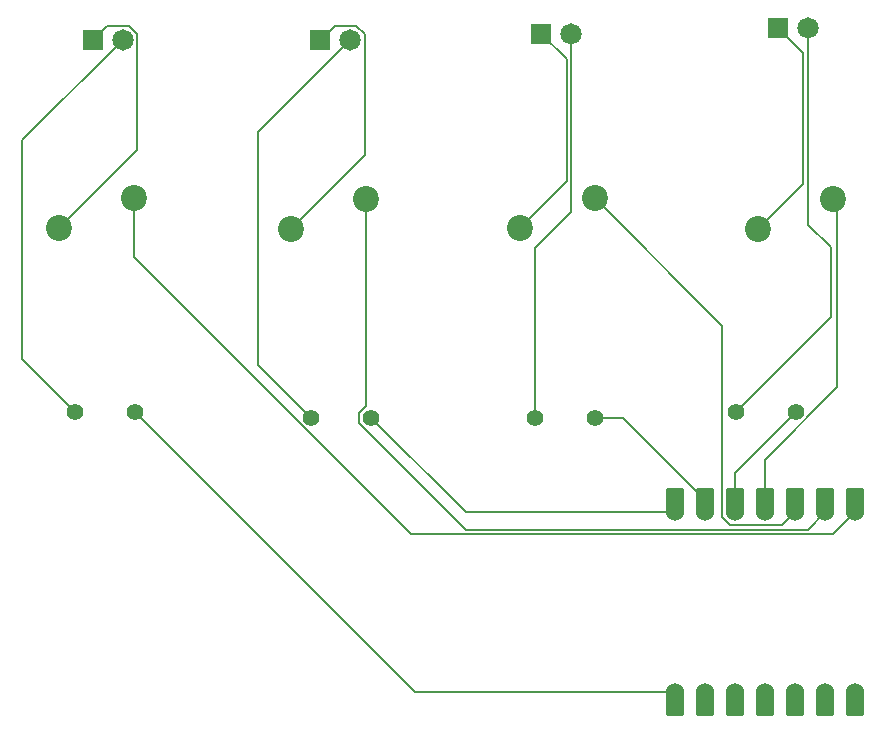
<source format=gbr>
%TF.GenerationSoftware,KiCad,Pcbnew,9.0.3-9.0.3-0~ubuntu24.04.1*%
%TF.CreationDate,2025-07-29T06:12:14+03:00*%
%TF.ProjectId,PCB,5043422e-6b69-4636-9164-5f7063625858,rev?*%
%TF.SameCoordinates,Original*%
%TF.FileFunction,Copper,L1,Top*%
%TF.FilePolarity,Positive*%
%FSLAX46Y46*%
G04 Gerber Fmt 4.6, Leading zero omitted, Abs format (unit mm)*
G04 Created by KiCad (PCBNEW 9.0.3-9.0.3-0~ubuntu24.04.1) date 2025-07-29 06:12:14*
%MOMM*%
%LPD*%
G01*
G04 APERTURE LIST*
G04 Aperture macros list*
%AMRoundRect*
0 Rectangle with rounded corners*
0 $1 Rounding radius*
0 $2 $3 $4 $5 $6 $7 $8 $9 X,Y pos of 4 corners*
0 Add a 4 corners polygon primitive as box body*
4,1,4,$2,$3,$4,$5,$6,$7,$8,$9,$2,$3,0*
0 Add four circle primitives for the rounded corners*
1,1,$1+$1,$2,$3*
1,1,$1+$1,$4,$5*
1,1,$1+$1,$6,$7*
1,1,$1+$1,$8,$9*
0 Add four rect primitives between the rounded corners*
20,1,$1+$1,$2,$3,$4,$5,0*
20,1,$1+$1,$4,$5,$6,$7,0*
20,1,$1+$1,$6,$7,$8,$9,0*
20,1,$1+$1,$8,$9,$2,$3,0*%
G04 Aperture macros list end*
%TA.AperFunction,SMDPad,CuDef*%
%ADD10RoundRect,0.152400X-0.609600X1.063600X-0.609600X-1.063600X0.609600X-1.063600X0.609600X1.063600X0*%
%TD*%
%TA.AperFunction,ComponentPad*%
%ADD11C,1.524000*%
%TD*%
%TA.AperFunction,SMDPad,CuDef*%
%ADD12RoundRect,0.152400X0.609600X-1.063600X0.609600X1.063600X-0.609600X1.063600X-0.609600X-1.063600X0*%
%TD*%
%TA.AperFunction,ComponentPad*%
%ADD13C,1.400000*%
%TD*%
%TA.AperFunction,ComponentPad*%
%ADD14C,1.815000*%
%TD*%
%TA.AperFunction,ComponentPad*%
%ADD15R,1.815000X1.815000*%
%TD*%
%TA.AperFunction,ComponentPad*%
%ADD16C,2.200000*%
%TD*%
%TA.AperFunction,Conductor*%
%ADD17C,0.200000*%
%TD*%
G04 APERTURE END LIST*
D10*
%TO.P,U1,14,VBUS*%
%TO.N,unconnected-(U1-VBUS-Pad14)*%
X230500000Y-114575000D03*
D11*
X230500000Y-113740000D03*
D10*
%TO.P,U1,13,GND*%
%TO.N,GND*%
X227960000Y-114575000D03*
D11*
X227960000Y-113740000D03*
D10*
%TO.P,U1,12,3V3*%
%TO.N,unconnected-(U1-3V3-Pad12)*%
X225420000Y-114575000D03*
D11*
X225420000Y-113740000D03*
D10*
%TO.P,U1,11,GPIO3/MOSI*%
%TO.N,unconnected-(U1-GPIO3{slash}MOSI-Pad11)*%
X222880000Y-114575000D03*
D11*
X222880000Y-113740000D03*
D10*
%TO.P,U1,10,GPIO4/MISO*%
%TO.N,unconnected-(U1-GPIO4{slash}MISO-Pad10)*%
X220340000Y-114575000D03*
D11*
X220340000Y-113740000D03*
D10*
%TO.P,U1,9,GPIO2/SCK*%
%TO.N,unconnected-(U1-GPIO2{slash}SCK-Pad9)*%
X217800000Y-114575000D03*
D11*
X217800000Y-113740000D03*
D10*
%TO.P,U1,8,GPIO1/RX*%
%TO.N,LED4*%
X215260000Y-114575000D03*
D11*
X215260000Y-113740000D03*
%TO.P,U1,7,GPIO0/TX*%
%TO.N,LED3*%
X215260000Y-98500000D03*
D12*
X215260000Y-97665000D03*
D11*
%TO.P,U1,6,GPIO7/SCL*%
%TO.N,LED2*%
X217800000Y-98500000D03*
D12*
X217800000Y-97665000D03*
D11*
%TO.P,U1,5,GPIO6/SDA*%
%TO.N,LED1*%
X220340000Y-98500000D03*
D12*
X220340000Y-97665000D03*
D11*
%TO.P,U1,4,GPIO29/ADC3/A3*%
%TO.N,Button4*%
X222880000Y-98500000D03*
D12*
X222880000Y-97665000D03*
D11*
%TO.P,U1,3,GPIO28/ADC2/A2*%
%TO.N,Button3*%
X225420000Y-98500000D03*
D12*
X225420000Y-97665000D03*
D11*
%TO.P,U1,2,GPIO27/ADC1/A1*%
%TO.N,Button2*%
X227960000Y-98500000D03*
D12*
X227960000Y-97665000D03*
D11*
%TO.P,U1,1,GPIO26/ADC0/A0*%
%TO.N,Button1*%
X230500000Y-98500000D03*
D12*
X230500000Y-97665000D03*
%TD*%
D13*
%TO.P,R4,2*%
%TO.N,LED1*%
X225500000Y-90000000D03*
%TO.P,R4,1*%
%TO.N,Net-(D4-PadA)*%
X220420000Y-90000000D03*
%TD*%
D14*
%TO.P,D1,A*%
%TO.N,Net-(D1-PadA)*%
X168500000Y-58500000D03*
D15*
%TO.P,D1,C*%
%TO.N,GND*%
X165960000Y-58500000D03*
%TD*%
D16*
%TO.P,SW4,1,1*%
%TO.N,Button4*%
X228620000Y-71960000D03*
%TO.P,SW4,2,2*%
%TO.N,GND*%
X222270000Y-74500000D03*
%TD*%
%TO.P,SW3,1,1*%
%TO.N,Button3*%
X208460000Y-71920000D03*
%TO.P,SW3,2,2*%
%TO.N,GND*%
X202110000Y-74460000D03*
%TD*%
%TO.P,SW2,1,1*%
%TO.N,Button2*%
X189120000Y-71960000D03*
%TO.P,SW2,2,2*%
%TO.N,GND*%
X182770000Y-74500000D03*
%TD*%
%TO.P,SW1,1,1*%
%TO.N,Button1*%
X169460000Y-71920000D03*
%TO.P,SW1,2,2*%
%TO.N,GND*%
X163110000Y-74460000D03*
%TD*%
D13*
%TO.P,R3,1*%
%TO.N,Net-(D3-PadA)*%
X203420000Y-90500000D03*
%TO.P,R3,2*%
%TO.N,LED2*%
X208500000Y-90500000D03*
%TD*%
%TO.P,R2,1*%
%TO.N,Net-(D2-PadA)*%
X184460000Y-90500000D03*
%TO.P,R2,2*%
%TO.N,LED3*%
X189540000Y-90500000D03*
%TD*%
D15*
%TO.P,D4,C*%
%TO.N,GND*%
X223960000Y-57500000D03*
D14*
%TO.P,D4,A*%
%TO.N,Net-(D4-PadA)*%
X226500000Y-57500000D03*
%TD*%
D15*
%TO.P,D3,C*%
%TO.N,GND*%
X203960000Y-58000000D03*
D14*
%TO.P,D3,A*%
%TO.N,Net-(D3-PadA)*%
X206500000Y-58000000D03*
%TD*%
D15*
%TO.P,D2,C*%
%TO.N,GND*%
X185230000Y-58500000D03*
D14*
%TO.P,D2,A*%
%TO.N,Net-(D2-PadA)*%
X187770000Y-58500000D03*
%TD*%
D13*
%TO.P,R1,1*%
%TO.N,Net-(D1-PadA)*%
X164460000Y-90000000D03*
%TO.P,R1,2*%
%TO.N,LED4*%
X169540000Y-90000000D03*
%TD*%
D17*
%TO.N,Button1*%
X169460000Y-71920000D02*
X169460000Y-76915628D01*
X169460000Y-76915628D02*
X192909372Y-100365000D01*
X192909372Y-100365000D02*
X228635000Y-100365000D01*
X228635000Y-100365000D02*
X230500000Y-98500000D01*
%TO.N,Button2*%
X189120000Y-71960000D02*
X189120000Y-89504372D01*
X188539000Y-90914628D02*
X197588372Y-99964000D01*
X189120000Y-89504372D02*
X188539000Y-90085372D01*
X188539000Y-90085372D02*
X188539000Y-90914628D01*
X197588372Y-99964000D02*
X226496000Y-99964000D01*
X226496000Y-99964000D02*
X227960000Y-98500000D01*
%TO.N,Button3*%
X208460000Y-71920000D02*
X219277000Y-82737000D01*
X219277000Y-82737000D02*
X219277000Y-98940310D01*
X219277000Y-98940310D02*
X219899690Y-99563000D01*
X219899690Y-99563000D02*
X224357000Y-99563000D01*
X224357000Y-99563000D02*
X225420000Y-98500000D01*
%TO.N,Button4*%
X228620000Y-71960000D02*
X229000000Y-72340000D01*
X229000000Y-72340000D02*
X229000000Y-87915628D01*
X229000000Y-87915628D02*
X222880000Y-94035628D01*
X222880000Y-94035628D02*
X222880000Y-98500000D01*
%TO.N,LED4*%
X169540000Y-90000000D02*
X193280000Y-113740000D01*
X193280000Y-113740000D02*
X215260000Y-113740000D01*
%TO.N,LED3*%
X189540000Y-90500000D02*
X197540000Y-98500000D01*
X197540000Y-98500000D02*
X215260000Y-98500000D01*
%TO.N,LED2*%
X208500000Y-90500000D02*
X210877630Y-90500000D01*
X210877630Y-90500000D02*
X217800000Y-97422370D01*
X217800000Y-97422370D02*
X217800000Y-98500000D01*
%TO.N,LED1*%
X225500000Y-90000000D02*
X220340000Y-95160000D01*
X220340000Y-95160000D02*
X220340000Y-98500000D01*
%TO.N,GND*%
X223960000Y-57500000D02*
X226099000Y-59639000D01*
X226099000Y-59639000D02*
X226099000Y-70671000D01*
X226099000Y-70671000D02*
X222270000Y-74500000D01*
X203960000Y-58000000D02*
X206099000Y-60139000D01*
X206099000Y-60139000D02*
X206099000Y-70471000D01*
X206099000Y-70471000D02*
X202110000Y-74460000D01*
X185230000Y-58500000D02*
X186438500Y-57291500D01*
X186438500Y-57291500D02*
X188270578Y-57291500D01*
X188270578Y-57291500D02*
X189000000Y-58020922D01*
X189000000Y-58020922D02*
X189000000Y-68270000D01*
X189000000Y-68270000D02*
X182770000Y-74500000D01*
X165960000Y-58500000D02*
X167168500Y-57291500D01*
X167168500Y-57291500D02*
X169000578Y-57291500D01*
X169000578Y-57291500D02*
X169708500Y-57999422D01*
X169708500Y-57999422D02*
X169708500Y-67861500D01*
X169708500Y-67861500D02*
X163110000Y-74460000D01*
%TO.N,Net-(D4-PadA)*%
X226500000Y-57500000D02*
X226500000Y-74135184D01*
X226500000Y-74135184D02*
X228431000Y-76066184D01*
X228431000Y-76066184D02*
X228431000Y-81989000D01*
X228431000Y-81989000D02*
X220420000Y-90000000D01*
%TO.N,Net-(D3-PadA)*%
X206500000Y-58000000D02*
X206500000Y-73038470D01*
X206500000Y-73038470D02*
X203420000Y-76118470D01*
X203420000Y-76118470D02*
X203420000Y-90500000D01*
%TO.N,Net-(D2-PadA)*%
X187770000Y-58500000D02*
X180000000Y-66270000D01*
X180000000Y-66270000D02*
X180000000Y-86040000D01*
X180000000Y-86040000D02*
X184460000Y-90500000D01*
%TO.N,GND*%
X185230000Y-58770000D02*
X185000000Y-59000000D01*
X185230000Y-58500000D02*
X185230000Y-58770000D01*
%TO.N,Net-(D1-PadA)*%
X168500000Y-58500000D02*
X160000000Y-67000000D01*
X160000000Y-67000000D02*
X160000000Y-85540000D01*
X160000000Y-85540000D02*
X164460000Y-90000000D01*
%TD*%
M02*

</source>
